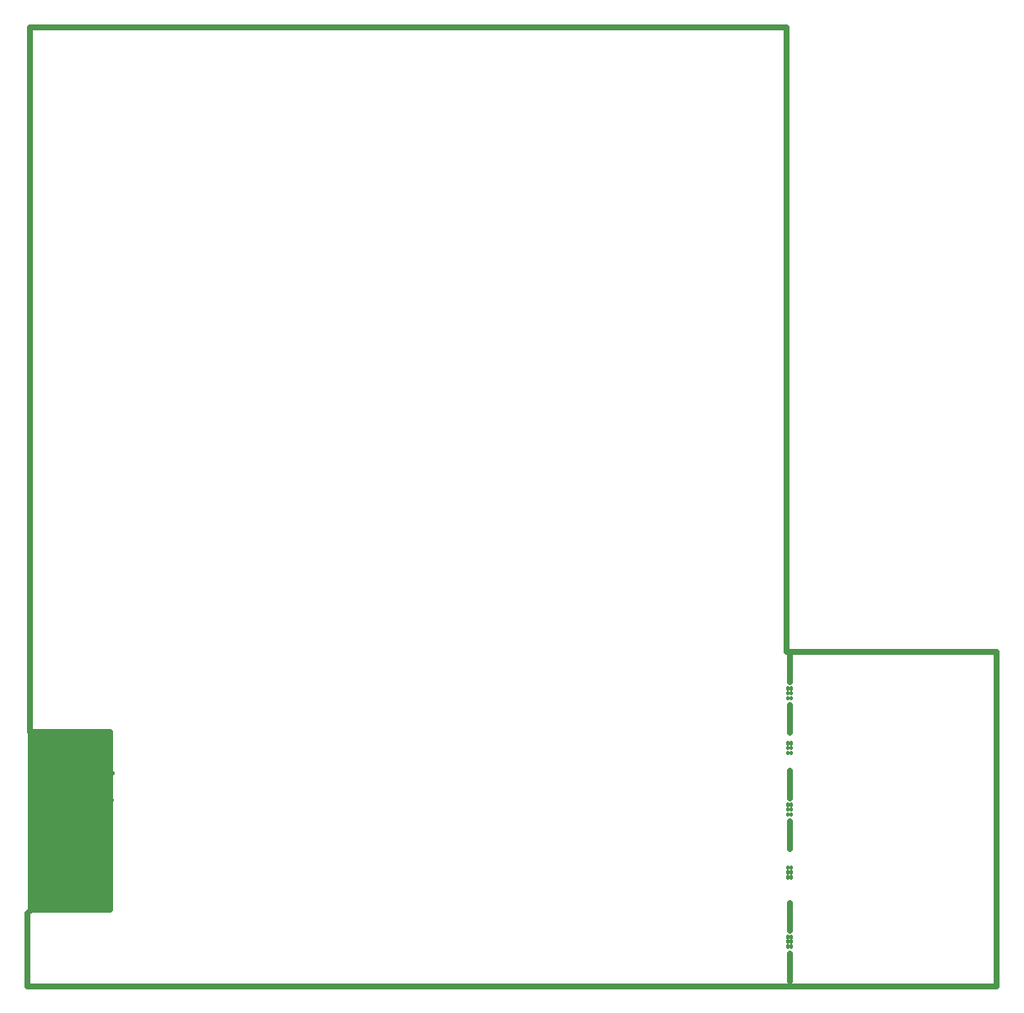
<source format=gko>
G04*
G04 #@! TF.GenerationSoftware,Altium Limited,Altium Designer,20.0.10 (225)*
G04*
G04 Layer_Color=9720587*
%FSLAX25Y25*%
%MOIN*%
G70*
G01*
G75*
%ADD16C,0.01181*%
%ADD211C,0.02362*%
D16*
X298819Y44882D02*
Y45472D01*
Y43012D02*
Y43602D01*
Y41043D02*
Y41634D01*
X300197Y41043D02*
Y41634D01*
Y43012D02*
Y43602D01*
Y44882D02*
Y45472D01*
X298819Y94095D02*
Y94685D01*
Y92224D02*
Y92815D01*
Y90256D02*
Y90847D01*
X300197Y90256D02*
Y90847D01*
Y92224D02*
Y92815D01*
Y94095D02*
Y94685D01*
X298819Y17520D02*
Y18110D01*
Y15650D02*
Y16240D01*
Y13681D02*
Y14272D01*
X300197Y13681D02*
Y14272D01*
Y15650D02*
Y16240D01*
Y17520D02*
Y18110D01*
X298819Y69784D02*
Y70374D01*
Y67913D02*
Y68504D01*
Y65945D02*
Y66535D01*
X300197Y65945D02*
Y66535D01*
Y67913D02*
Y68504D01*
Y69784D02*
Y70374D01*
Y115748D02*
Y116339D01*
Y113878D02*
Y114469D01*
Y111909D02*
Y112500D01*
X298819Y111909D02*
Y112500D01*
Y113878D02*
Y114469D01*
Y115748D02*
Y116339D01*
D211*
X27559Y79331D02*
Y82677D01*
X29134Y31299D02*
Y93898D01*
X-394Y93504D02*
X30709D01*
X3347Y97638D02*
X28937D01*
X29921Y95079D02*
Y96653D01*
X1181Y95669D02*
X27756D01*
X28543Y94882D01*
X197Y92126D02*
X29921Y92323D01*
X2559Y96457D02*
X28150D01*
X29134Y93898D02*
Y95472D01*
X394Y94488D02*
X26969D01*
X27756Y93701D01*
X-394Y87402D02*
X30709D01*
X3347Y91535D02*
X28937D01*
X29921Y88976D02*
Y90551D01*
X1181Y89567D02*
X27756D01*
X28543Y88779D01*
X394Y82677D02*
X31496D01*
X2953Y86811D02*
X28543D01*
X29528Y84252D02*
Y85827D01*
X787Y84842D02*
X27362D01*
X28150Y84055D01*
X0Y77756D02*
X29921Y77756D01*
X2559Y81890D02*
X28150D01*
X29134Y79331D02*
Y80905D01*
X394Y79921D02*
X26969D01*
X27756Y79134D01*
X197Y72047D02*
X31299D01*
X2953Y76181D02*
X28543D01*
X29528Y73622D02*
Y75197D01*
X787Y74213D02*
X27362D01*
X28150Y73425D01*
X787Y66339D02*
X30512D01*
X3150Y70472D02*
X28740D01*
X29724Y67913D02*
Y69488D01*
X984Y68504D02*
X27559D01*
X28346Y67716D01*
X-394Y60039D02*
X30709D01*
X3347Y64173D02*
X28937D01*
X29921Y61614D02*
Y63189D01*
X1181Y62205D02*
X27756D01*
X28543Y61417D01*
X197Y54528D02*
X30512D01*
X3150Y58661D02*
X28740D01*
X29724Y56102D02*
Y57677D01*
X984Y56693D02*
X27559D01*
X28346Y55905D01*
X984Y48622D02*
X30512D01*
X3150Y52756D02*
X28740D01*
X29724Y50197D02*
Y51772D01*
X984Y50787D02*
X27559D01*
X28346Y50000D01*
X-394Y43504D02*
X30709D01*
X3347Y47638D02*
X28937D01*
X29921Y45079D02*
Y46654D01*
X1181Y45669D02*
X27756D01*
X28543Y44882D01*
X-394Y38780D02*
X30709D01*
X3347Y42913D02*
X28937D01*
X29921Y40354D02*
Y41929D01*
X1181Y40945D02*
X27756D01*
X28543Y40157D01*
X591Y34252D02*
X30512D01*
X3150Y38386D02*
X28740D01*
X29724Y35827D02*
Y37402D01*
X984Y36417D02*
X27559D01*
X28346Y35630D01*
X28937Y32677D02*
X29921Y31693D01*
X27756Y30709D02*
X28543Y29921D01*
X1181Y30709D02*
X27756D01*
X29921Y30118D02*
Y31693D01*
X3347Y32677D02*
X28937D01*
X3347Y31299D02*
X4331Y32283D01*
X3347Y31299D02*
X27165D01*
X1181Y30709D02*
X1969Y29921D01*
X1772Y29724D02*
Y98819D01*
X1378Y98425D02*
X1772Y98819D01*
X1378Y28740D02*
Y98425D01*
X-532Y28405D02*
Y99016D01*
X299606Y118701D02*
Y130709D01*
X381299D01*
X298012Y377559D02*
X298012Y130709D01*
X-787Y377559D02*
X298012D01*
X-787Y99016D02*
Y377559D01*
Y99016D02*
X30709D01*
Y28543D02*
Y99016D01*
X-394Y28543D02*
X30709D01*
X-1706Y27231D02*
X-394Y28543D01*
X-1706Y-1501D02*
Y27231D01*
Y-1501D02*
X-1702Y-1505D01*
X380877D01*
X381299Y-1083D01*
Y-1575D02*
Y-1083D01*
Y-1575D02*
X381299Y-1575D01*
Y-591D01*
Y130709D01*
X299606Y20472D02*
Y31299D01*
Y492D02*
Y11319D01*
Y72736D02*
Y83563D01*
Y52756D02*
Y63583D01*
Y98721D02*
Y109547D01*
M02*

</source>
